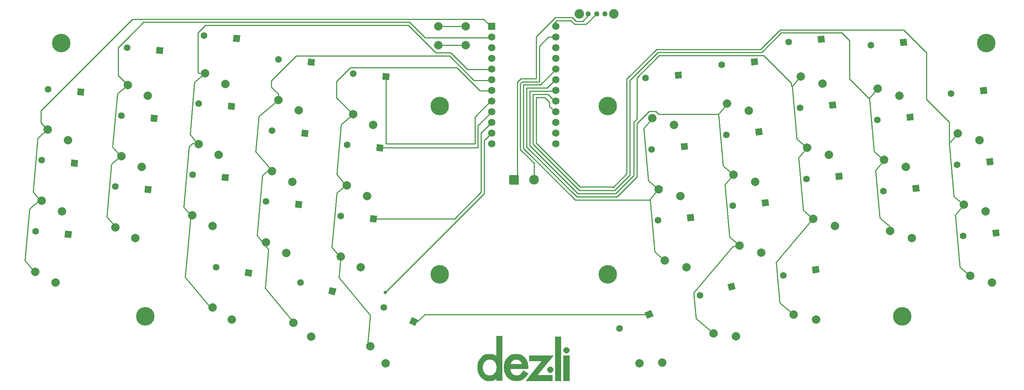
<source format=gtl>
G04 #@! TF.GenerationSoftware,KiCad,Pcbnew,(5.1.4-0)*
G04 #@! TF.CreationDate,2020-10-31T16:51:09+08:00*
G04 #@! TF.ProjectId,ahokore,61686f6b-6f72-4652-9e6b-696361645f70,rev?*
G04 #@! TF.SameCoordinates,Original*
G04 #@! TF.FileFunction,Copper,L1,Top*
G04 #@! TF.FilePolarity,Positive*
%FSLAX46Y46*%
G04 Gerber Fmt 4.6, Leading zero omitted, Abs format (unit mm)*
G04 Created by KiCad (PCBNEW (5.1.4-0)) date 2020-10-31 16:51:09*
%MOMM*%
%LPD*%
G04 APERTURE LIST*
%ADD10C,0.010000*%
%ADD11C,4.400000*%
%ADD12C,2.000000*%
%ADD13C,1.600000*%
%ADD14C,0.100000*%
%ADD15C,1.752600*%
%ADD16R,1.752600X1.752600*%
%ADD17C,2.250000*%
%ADD18C,1.250000*%
%ADD19C,2.300000*%
%ADD20C,0.800000*%
%ADD21C,0.250000*%
G04 APERTURE END LIST*
D10*
G36*
X-4834375Y5280382D02*
G01*
X-6222951Y5280382D01*
X-6225950Y5483073D01*
X-6228950Y5685764D01*
X-6343614Y5615734D01*
X-6501435Y5525941D01*
X-6662829Y5446593D01*
X-6822997Y5379789D01*
X-6977141Y5327623D01*
X-7046940Y5308558D01*
X-7109941Y5293280D01*
X-7167605Y5280597D01*
X-7222904Y5270252D01*
X-7278811Y5261988D01*
X-7338299Y5255547D01*
X-7404342Y5250672D01*
X-7479911Y5247107D01*
X-7567981Y5244592D01*
X-7671523Y5242872D01*
X-7793511Y5241689D01*
X-7821962Y5241483D01*
X-7919122Y5240926D01*
X-8010410Y5240623D01*
X-8093234Y5240566D01*
X-8165001Y5240748D01*
X-8223121Y5241161D01*
X-8265001Y5241797D01*
X-8288048Y5242648D01*
X-8290495Y5242884D01*
X-8316040Y5246097D01*
X-8356532Y5250972D01*
X-8405012Y5256677D01*
X-8428299Y5259377D01*
X-8529835Y5275176D01*
X-8642089Y5299553D01*
X-8756563Y5330267D01*
X-8864764Y5365078D01*
X-8942367Y5394908D01*
X-9084573Y5462078D01*
X-9223711Y5542701D01*
X-9362117Y5638448D01*
X-9502128Y5750989D01*
X-9646080Y5881995D01*
X-9707190Y5941840D01*
X-9818987Y6056852D01*
X-9916563Y6165053D01*
X-10004205Y6271619D01*
X-10086199Y6381724D01*
X-10154701Y6482031D01*
X-10284618Y6696409D01*
X-10396091Y6917792D01*
X-10489480Y7147410D01*
X-10565145Y7386495D01*
X-10623445Y7636276D01*
X-10664740Y7897985D01*
X-10689389Y8172851D01*
X-10696090Y8334281D01*
X-10696020Y8345018D01*
X-9485835Y8345018D01*
X-9472294Y8138785D01*
X-9443269Y7937372D01*
X-9430651Y7874457D01*
X-9379670Y7681817D01*
X-9312404Y7499729D01*
X-9229851Y7329254D01*
X-9133016Y7171450D01*
X-9022899Y7027378D01*
X-8900502Y6898097D01*
X-8766828Y6784666D01*
X-8622876Y6688145D01*
X-8469651Y6609594D01*
X-8308152Y6550073D01*
X-8141667Y6511028D01*
X-8091170Y6502627D01*
X-8044498Y6495222D01*
X-8008930Y6489954D01*
X-7998351Y6488569D01*
X-7958740Y6486089D01*
X-7902519Y6485548D01*
X-7835019Y6486715D01*
X-7761571Y6489358D01*
X-7687507Y6493247D01*
X-7618157Y6498149D01*
X-7558854Y6503834D01*
X-7518793Y6509373D01*
X-7335397Y6552056D01*
X-7162251Y6614033D01*
X-7000003Y6694752D01*
X-6849301Y6793658D01*
X-6710793Y6910199D01*
X-6585129Y7043820D01*
X-6472954Y7193969D01*
X-6374919Y7360092D01*
X-6291670Y7541636D01*
X-6282439Y7565119D01*
X-6223689Y7744320D01*
X-6180190Y7935917D01*
X-6152011Y8136316D01*
X-6139224Y8341920D01*
X-6141900Y8549136D01*
X-6160109Y8754366D01*
X-6193922Y8954017D01*
X-6243410Y9144493D01*
X-6250890Y9168060D01*
X-6287507Y9267231D01*
X-6334953Y9375071D01*
X-6389471Y9484091D01*
X-6447306Y9586799D01*
X-6504701Y9675703D01*
X-6507086Y9679080D01*
X-6545092Y9729006D01*
X-6593024Y9786639D01*
X-6644633Y9844702D01*
X-6691792Y9894054D01*
X-6828010Y10015955D01*
X-6973031Y10118158D01*
X-7127639Y10201012D01*
X-7292620Y10264865D01*
X-7468758Y10310064D01*
X-7656838Y10336956D01*
X-7699300Y10340409D01*
X-7891942Y10344147D01*
X-8077492Y10327705D01*
X-8255181Y10291257D01*
X-8424236Y10234975D01*
X-8583888Y10159032D01*
X-8630886Y10131805D01*
X-8772938Y10033589D01*
X-8906723Y9916738D01*
X-9030371Y9783718D01*
X-9142013Y9636994D01*
X-9239779Y9479032D01*
X-9321799Y9312296D01*
X-9386204Y9139254D01*
X-9388035Y9133377D01*
X-9434993Y8950251D01*
X-9467041Y8754990D01*
X-9484036Y8551833D01*
X-9485835Y8345018D01*
X-10696020Y8345018D01*
X-10694161Y8627200D01*
X-10673286Y8908931D01*
X-10633398Y9179671D01*
X-10574431Y9439618D01*
X-10496320Y9688969D01*
X-10398999Y9927923D01*
X-10282402Y10156675D01*
X-10146464Y10375425D01*
X-9991118Y10584370D01*
X-9918321Y10671268D01*
X-9772997Y10832950D01*
X-9633635Y10975301D01*
X-9498258Y11099555D01*
X-9364885Y11206949D01*
X-9231538Y11298718D01*
X-9096236Y11376099D01*
X-8957000Y11440328D01*
X-8811850Y11492641D01*
X-8658808Y11534273D01*
X-8495893Y11566461D01*
X-8480667Y11568939D01*
X-8375252Y11583089D01*
X-8254845Y11594615D01*
X-8123982Y11603422D01*
X-7987204Y11609413D01*
X-7849050Y11612491D01*
X-7714057Y11612560D01*
X-7586765Y11609526D01*
X-7471712Y11603290D01*
X-7373438Y11593758D01*
X-7364453Y11592585D01*
X-7159776Y11556424D01*
X-6960444Y11503169D01*
X-6763667Y11431800D01*
X-6566655Y11341298D01*
X-6366616Y11230644D01*
X-6355729Y11224109D01*
X-6228950Y11147710D01*
X-6226168Y13505713D01*
X-6223387Y15863715D01*
X-4834375Y15863715D01*
X-4834375Y5280382D01*
X-4834375Y5280382D01*
G37*
X-4834375Y5280382D02*
X-6222951Y5280382D01*
X-6225950Y5483073D01*
X-6228950Y5685764D01*
X-6343614Y5615734D01*
X-6501435Y5525941D01*
X-6662829Y5446593D01*
X-6822997Y5379789D01*
X-6977141Y5327623D01*
X-7046940Y5308558D01*
X-7109941Y5293280D01*
X-7167605Y5280597D01*
X-7222904Y5270252D01*
X-7278811Y5261988D01*
X-7338299Y5255547D01*
X-7404342Y5250672D01*
X-7479911Y5247107D01*
X-7567981Y5244592D01*
X-7671523Y5242872D01*
X-7793511Y5241689D01*
X-7821962Y5241483D01*
X-7919122Y5240926D01*
X-8010410Y5240623D01*
X-8093234Y5240566D01*
X-8165001Y5240748D01*
X-8223121Y5241161D01*
X-8265001Y5241797D01*
X-8288048Y5242648D01*
X-8290495Y5242884D01*
X-8316040Y5246097D01*
X-8356532Y5250972D01*
X-8405012Y5256677D01*
X-8428299Y5259377D01*
X-8529835Y5275176D01*
X-8642089Y5299553D01*
X-8756563Y5330267D01*
X-8864764Y5365078D01*
X-8942367Y5394908D01*
X-9084573Y5462078D01*
X-9223711Y5542701D01*
X-9362117Y5638448D01*
X-9502128Y5750989D01*
X-9646080Y5881995D01*
X-9707190Y5941840D01*
X-9818987Y6056852D01*
X-9916563Y6165053D01*
X-10004205Y6271619D01*
X-10086199Y6381724D01*
X-10154701Y6482031D01*
X-10284618Y6696409D01*
X-10396091Y6917792D01*
X-10489480Y7147410D01*
X-10565145Y7386495D01*
X-10623445Y7636276D01*
X-10664740Y7897985D01*
X-10689389Y8172851D01*
X-10696090Y8334281D01*
X-10696020Y8345018D01*
X-9485835Y8345018D01*
X-9472294Y8138785D01*
X-9443269Y7937372D01*
X-9430651Y7874457D01*
X-9379670Y7681817D01*
X-9312404Y7499729D01*
X-9229851Y7329254D01*
X-9133016Y7171450D01*
X-9022899Y7027378D01*
X-8900502Y6898097D01*
X-8766828Y6784666D01*
X-8622876Y6688145D01*
X-8469651Y6609594D01*
X-8308152Y6550073D01*
X-8141667Y6511028D01*
X-8091170Y6502627D01*
X-8044498Y6495222D01*
X-8008930Y6489954D01*
X-7998351Y6488569D01*
X-7958740Y6486089D01*
X-7902519Y6485548D01*
X-7835019Y6486715D01*
X-7761571Y6489358D01*
X-7687507Y6493247D01*
X-7618157Y6498149D01*
X-7558854Y6503834D01*
X-7518793Y6509373D01*
X-7335397Y6552056D01*
X-7162251Y6614033D01*
X-7000003Y6694752D01*
X-6849301Y6793658D01*
X-6710793Y6910199D01*
X-6585129Y7043820D01*
X-6472954Y7193969D01*
X-6374919Y7360092D01*
X-6291670Y7541636D01*
X-6282439Y7565119D01*
X-6223689Y7744320D01*
X-6180190Y7935917D01*
X-6152011Y8136316D01*
X-6139224Y8341920D01*
X-6141900Y8549136D01*
X-6160109Y8754366D01*
X-6193922Y8954017D01*
X-6243410Y9144493D01*
X-6250890Y9168060D01*
X-6287507Y9267231D01*
X-6334953Y9375071D01*
X-6389471Y9484091D01*
X-6447306Y9586799D01*
X-6504701Y9675703D01*
X-6507086Y9679080D01*
X-6545092Y9729006D01*
X-6593024Y9786639D01*
X-6644633Y9844702D01*
X-6691792Y9894054D01*
X-6828010Y10015955D01*
X-6973031Y10118158D01*
X-7127639Y10201012D01*
X-7292620Y10264865D01*
X-7468758Y10310064D01*
X-7656838Y10336956D01*
X-7699300Y10340409D01*
X-7891942Y10344147D01*
X-8077492Y10327705D01*
X-8255181Y10291257D01*
X-8424236Y10234975D01*
X-8583888Y10159032D01*
X-8630886Y10131805D01*
X-8772938Y10033589D01*
X-8906723Y9916738D01*
X-9030371Y9783718D01*
X-9142013Y9636994D01*
X-9239779Y9479032D01*
X-9321799Y9312296D01*
X-9386204Y9139254D01*
X-9388035Y9133377D01*
X-9434993Y8950251D01*
X-9467041Y8754990D01*
X-9484036Y8551833D01*
X-9485835Y8345018D01*
X-10696020Y8345018D01*
X-10694161Y8627200D01*
X-10673286Y8908931D01*
X-10633398Y9179671D01*
X-10574431Y9439618D01*
X-10496320Y9688969D01*
X-10398999Y9927923D01*
X-10282402Y10156675D01*
X-10146464Y10375425D01*
X-9991118Y10584370D01*
X-9918321Y10671268D01*
X-9772997Y10832950D01*
X-9633635Y10975301D01*
X-9498258Y11099555D01*
X-9364885Y11206949D01*
X-9231538Y11298718D01*
X-9096236Y11376099D01*
X-8957000Y11440328D01*
X-8811850Y11492641D01*
X-8658808Y11534273D01*
X-8495893Y11566461D01*
X-8480667Y11568939D01*
X-8375252Y11583089D01*
X-8254845Y11594615D01*
X-8123982Y11603422D01*
X-7987204Y11609413D01*
X-7849050Y11612491D01*
X-7714057Y11612560D01*
X-7586765Y11609526D01*
X-7471712Y11603290D01*
X-7373438Y11593758D01*
X-7364453Y11592585D01*
X-7159776Y11556424D01*
X-6960444Y11503169D01*
X-6763667Y11431800D01*
X-6566655Y11341298D01*
X-6366616Y11230644D01*
X-6355729Y11224109D01*
X-6228950Y11147710D01*
X-6226168Y13505713D01*
X-6223387Y15863715D01*
X-4834375Y15863715D01*
X-4834375Y5280382D01*
G36*
X-1342186Y11598867D02*
G01*
X-1179559Y11590291D01*
X-1029027Y11575133D01*
X-885924Y11552709D01*
X-745586Y11522336D01*
X-603350Y11483330D01*
X-507335Y11452913D01*
X-291316Y11370611D01*
X-88437Y11271127D01*
X102760Y11153560D01*
X283732Y11017010D01*
X455938Y10860575D01*
X463258Y10853299D01*
X622349Y10679474D01*
X764758Y10491953D01*
X890632Y10290453D01*
X1000118Y10074689D01*
X1093362Y9844377D01*
X1170512Y9599233D01*
X1222288Y9384964D01*
X1251452Y9227072D01*
X1275762Y9055170D01*
X1294786Y8875112D01*
X1308091Y8692751D01*
X1315244Y8513941D01*
X1315813Y8344536D01*
X1309956Y8199067D01*
X1302838Y8091580D01*
X-2952066Y8091580D01*
X-2944183Y8001210D01*
X-2917254Y7807664D01*
X-2871103Y7617531D01*
X-2806877Y7434159D01*
X-2725724Y7260895D01*
X-2642549Y7121441D01*
X-2600635Y7064558D01*
X-2546628Y7000402D01*
X-2484863Y6933376D01*
X-2419678Y6867881D01*
X-2355408Y6808317D01*
X-2296390Y6759086D01*
X-2258873Y6732043D01*
X-2115330Y6648425D01*
X-1967462Y6583264D01*
X-1812625Y6535819D01*
X-1648177Y6505347D01*
X-1471472Y6491109D01*
X-1394792Y6489791D01*
X-1219563Y6496345D01*
X-1059791Y6516738D01*
X-913094Y6551853D01*
X-777086Y6602574D01*
X-649386Y6669783D01*
X-527610Y6754363D01*
X-413244Y6853504D01*
X-321982Y6945329D01*
X-230546Y7047641D01*
X-137093Y7162744D01*
X-39779Y7292943D01*
X63241Y7440543D01*
X99416Y7494383D01*
X132950Y7543824D01*
X162725Y7586039D01*
X186448Y7617906D01*
X201826Y7636306D01*
X206115Y7639584D01*
X216609Y7634360D01*
X244267Y7619454D01*
X287043Y7596009D01*
X342894Y7565169D01*
X409775Y7528079D01*
X485643Y7485884D01*
X568454Y7439728D01*
X656163Y7390755D01*
X746727Y7340111D01*
X838102Y7288939D01*
X928242Y7238384D01*
X1015106Y7189590D01*
X1096648Y7143702D01*
X1170824Y7101864D01*
X1235591Y7065222D01*
X1288904Y7034918D01*
X1328719Y7012098D01*
X1352993Y6997907D01*
X1359682Y6993688D01*
X1357100Y6982267D01*
X1343423Y6955417D01*
X1320324Y6915684D01*
X1289475Y6865614D01*
X1252548Y6807753D01*
X1211217Y6744648D01*
X1167153Y6678844D01*
X1122030Y6612889D01*
X1077520Y6549329D01*
X1035295Y6490709D01*
X997028Y6439576D01*
X988248Y6428226D01*
X816747Y6221937D01*
X640153Y6036789D01*
X457668Y5872295D01*
X268492Y5727968D01*
X71828Y5603323D01*
X-133124Y5497873D01*
X-347164Y5411131D01*
X-571090Y5342612D01*
X-805700Y5291829D01*
X-904617Y5276100D01*
X-1015317Y5262541D01*
X-1136641Y5251668D01*
X-1262888Y5243720D01*
X-1388362Y5238938D01*
X-1507363Y5237565D01*
X-1614193Y5239839D01*
X-1675911Y5243507D01*
X-1884828Y5264319D01*
X-2076454Y5292482D01*
X-2254592Y5328931D01*
X-2423045Y5374602D01*
X-2585616Y5430429D01*
X-2746110Y5497350D01*
X-2789366Y5517340D01*
X-2993461Y5625604D01*
X-3187599Y5752799D01*
X-3370647Y5897648D01*
X-3541470Y6058875D01*
X-3698931Y6235204D01*
X-3841896Y6425358D01*
X-3969231Y6628060D01*
X-4079799Y6842035D01*
X-4172466Y7066005D01*
X-4176573Y7077344D01*
X-4241047Y7273164D01*
X-4293048Y7469028D01*
X-4333289Y7669050D01*
X-4362484Y7877343D01*
X-4381349Y8098023D01*
X-4389991Y8306554D01*
X-4388651Y8606718D01*
X-4370181Y8893350D01*
X-4334475Y9166929D01*
X-4320009Y9238108D01*
X-2861444Y9238108D01*
X-106504Y9238108D01*
X-126804Y9307010D01*
X-183510Y9475451D01*
X-249495Y9625810D01*
X-326173Y9760604D01*
X-414957Y9882348D01*
X-506356Y9982815D01*
X-615157Y10080153D01*
X-729948Y10160400D01*
X-853762Y10225039D01*
X-989630Y10275553D01*
X-1140587Y10313426D01*
X-1207247Y10325596D01*
X-1284454Y10335056D01*
X-1374914Y10340865D01*
X-1471817Y10343017D01*
X-1568353Y10341507D01*
X-1657714Y10336332D01*
X-1733089Y10327485D01*
X-1742057Y10325967D01*
X-1911115Y10285176D01*
X-2070707Y10224767D01*
X-2219897Y10145452D01*
X-2357747Y10047947D01*
X-2483324Y9932963D01*
X-2595690Y9801215D01*
X-2693909Y9653416D01*
X-2742674Y9563325D01*
X-2765758Y9513307D01*
X-2790994Y9452344D01*
X-2815618Y9387754D01*
X-2836862Y9326857D01*
X-2851961Y9276970D01*
X-2854129Y9268425D01*
X-2861444Y9238108D01*
X-4320009Y9238108D01*
X-4281427Y9427937D01*
X-4210929Y9676855D01*
X-4122874Y9914163D01*
X-4017155Y10140343D01*
X-3958293Y10248266D01*
X-3825780Y10458949D01*
X-3679059Y10653190D01*
X-3518685Y10830579D01*
X-3345214Y10990709D01*
X-3159204Y11133170D01*
X-2961209Y11257554D01*
X-2751787Y11363452D01*
X-2531494Y11450457D01*
X-2300886Y11518158D01*
X-2197872Y11541402D01*
X-2102148Y11560047D01*
X-2014200Y11574600D01*
X-1929032Y11585507D01*
X-1841649Y11593210D01*
X-1747053Y11598155D01*
X-1640250Y11600785D01*
X-1521571Y11601545D01*
X-1342186Y11598867D01*
X-1342186Y11598867D01*
G37*
X-1342186Y11598867D02*
X-1179559Y11590291D01*
X-1029027Y11575133D01*
X-885924Y11552709D01*
X-745586Y11522336D01*
X-603350Y11483330D01*
X-507335Y11452913D01*
X-291316Y11370611D01*
X-88437Y11271127D01*
X102760Y11153560D01*
X283732Y11017010D01*
X455938Y10860575D01*
X463258Y10853299D01*
X622349Y10679474D01*
X764758Y10491953D01*
X890632Y10290453D01*
X1000118Y10074689D01*
X1093362Y9844377D01*
X1170512Y9599233D01*
X1222288Y9384964D01*
X1251452Y9227072D01*
X1275762Y9055170D01*
X1294786Y8875112D01*
X1308091Y8692751D01*
X1315244Y8513941D01*
X1315813Y8344536D01*
X1309956Y8199067D01*
X1302838Y8091580D01*
X-2952066Y8091580D01*
X-2944183Y8001210D01*
X-2917254Y7807664D01*
X-2871103Y7617531D01*
X-2806877Y7434159D01*
X-2725724Y7260895D01*
X-2642549Y7121441D01*
X-2600635Y7064558D01*
X-2546628Y7000402D01*
X-2484863Y6933376D01*
X-2419678Y6867881D01*
X-2355408Y6808317D01*
X-2296390Y6759086D01*
X-2258873Y6732043D01*
X-2115330Y6648425D01*
X-1967462Y6583264D01*
X-1812625Y6535819D01*
X-1648177Y6505347D01*
X-1471472Y6491109D01*
X-1394792Y6489791D01*
X-1219563Y6496345D01*
X-1059791Y6516738D01*
X-913094Y6551853D01*
X-777086Y6602574D01*
X-649386Y6669783D01*
X-527610Y6754363D01*
X-413244Y6853504D01*
X-321982Y6945329D01*
X-230546Y7047641D01*
X-137093Y7162744D01*
X-39779Y7292943D01*
X63241Y7440543D01*
X99416Y7494383D01*
X132950Y7543824D01*
X162725Y7586039D01*
X186448Y7617906D01*
X201826Y7636306D01*
X206115Y7639584D01*
X216609Y7634360D01*
X244267Y7619454D01*
X287043Y7596009D01*
X342894Y7565169D01*
X409775Y7528079D01*
X485643Y7485884D01*
X568454Y7439728D01*
X656163Y7390755D01*
X746727Y7340111D01*
X838102Y7288939D01*
X928242Y7238384D01*
X1015106Y7189590D01*
X1096648Y7143702D01*
X1170824Y7101864D01*
X1235591Y7065222D01*
X1288904Y7034918D01*
X1328719Y7012098D01*
X1352993Y6997907D01*
X1359682Y6993688D01*
X1357100Y6982267D01*
X1343423Y6955417D01*
X1320324Y6915684D01*
X1289475Y6865614D01*
X1252548Y6807753D01*
X1211217Y6744648D01*
X1167153Y6678844D01*
X1122030Y6612889D01*
X1077520Y6549329D01*
X1035295Y6490709D01*
X997028Y6439576D01*
X988248Y6428226D01*
X816747Y6221937D01*
X640153Y6036789D01*
X457668Y5872295D01*
X268492Y5727968D01*
X71828Y5603323D01*
X-133124Y5497873D01*
X-347164Y5411131D01*
X-571090Y5342612D01*
X-805700Y5291829D01*
X-904617Y5276100D01*
X-1015317Y5262541D01*
X-1136641Y5251668D01*
X-1262888Y5243720D01*
X-1388362Y5238938D01*
X-1507363Y5237565D01*
X-1614193Y5239839D01*
X-1675911Y5243507D01*
X-1884828Y5264319D01*
X-2076454Y5292482D01*
X-2254592Y5328931D01*
X-2423045Y5374602D01*
X-2585616Y5430429D01*
X-2746110Y5497350D01*
X-2789366Y5517340D01*
X-2993461Y5625604D01*
X-3187599Y5752799D01*
X-3370647Y5897648D01*
X-3541470Y6058875D01*
X-3698931Y6235204D01*
X-3841896Y6425358D01*
X-3969231Y6628060D01*
X-4079799Y6842035D01*
X-4172466Y7066005D01*
X-4176573Y7077344D01*
X-4241047Y7273164D01*
X-4293048Y7469028D01*
X-4333289Y7669050D01*
X-4362484Y7877343D01*
X-4381349Y8098023D01*
X-4389991Y8306554D01*
X-4388651Y8606718D01*
X-4370181Y8893350D01*
X-4334475Y9166929D01*
X-4320009Y9238108D01*
X-2861444Y9238108D01*
X-106504Y9238108D01*
X-126804Y9307010D01*
X-183510Y9475451D01*
X-249495Y9625810D01*
X-326173Y9760604D01*
X-414957Y9882348D01*
X-506356Y9982815D01*
X-615157Y10080153D01*
X-729948Y10160400D01*
X-853762Y10225039D01*
X-989630Y10275553D01*
X-1140587Y10313426D01*
X-1207247Y10325596D01*
X-1284454Y10335056D01*
X-1374914Y10340865D01*
X-1471817Y10343017D01*
X-1568353Y10341507D01*
X-1657714Y10336332D01*
X-1733089Y10327485D01*
X-1742057Y10325967D01*
X-1911115Y10285176D01*
X-2070707Y10224767D01*
X-2219897Y10145452D01*
X-2357747Y10047947D01*
X-2483324Y9932963D01*
X-2595690Y9801215D01*
X-2693909Y9653416D01*
X-2742674Y9563325D01*
X-2765758Y9513307D01*
X-2790994Y9452344D01*
X-2815618Y9387754D01*
X-2836862Y9326857D01*
X-2851961Y9276970D01*
X-2854129Y9268425D01*
X-2861444Y9238108D01*
X-4320009Y9238108D01*
X-4281427Y9427937D01*
X-4210929Y9676855D01*
X-4122874Y9914163D01*
X-4017155Y10140343D01*
X-3958293Y10248266D01*
X-3825780Y10458949D01*
X-3679059Y10653190D01*
X-3518685Y10830579D01*
X-3345214Y10990709D01*
X-3159204Y11133170D01*
X-2961209Y11257554D01*
X-2751787Y11363452D01*
X-2531494Y11450457D01*
X-2300886Y11518158D01*
X-2197872Y11541402D01*
X-2102148Y11560047D01*
X-2014200Y11574600D01*
X-1929032Y11585507D01*
X-1841649Y11593210D01*
X-1747053Y11598155D01*
X-1640250Y11600785D01*
X-1521571Y11601545D01*
X-1342186Y11598867D01*
G36*
X4742509Y11266560D02*
G01*
X4987016Y11266501D01*
X5224797Y11266405D01*
X5454938Y11266274D01*
X5676524Y11266109D01*
X5888643Y11265911D01*
X6090380Y11265683D01*
X6280823Y11265427D01*
X6459057Y11265143D01*
X6624170Y11264834D01*
X6775247Y11264501D01*
X6911374Y11264146D01*
X7031639Y11263771D01*
X7135128Y11263377D01*
X7220927Y11262966D01*
X7288122Y11262540D01*
X7335800Y11262100D01*
X7363048Y11261648D01*
X7369531Y11261293D01*
X7362727Y11252125D01*
X7343023Y11227207D01*
X7311485Y11187854D01*
X7269177Y11135378D01*
X7217163Y11071094D01*
X7156509Y10996315D01*
X7088278Y10912354D01*
X7013535Y10820526D01*
X6933345Y10722143D01*
X6848773Y10618521D01*
X6831259Y10597078D01*
X6767646Y10519199D01*
X6691147Y10425532D01*
X6602816Y10317369D01*
X6503710Y10196002D01*
X6394884Y10062726D01*
X6277393Y9918832D01*
X6152293Y9765612D01*
X6020639Y9604361D01*
X5883487Y9436370D01*
X5741892Y9262933D01*
X5596909Y9085341D01*
X5449594Y8904888D01*
X5301002Y8722866D01*
X5152189Y8540568D01*
X5004210Y8359287D01*
X4911671Y8245920D01*
X3530354Y6553689D01*
X5295603Y6550900D01*
X7060851Y6548110D01*
X7060851Y5236285D01*
X3928239Y5236285D01*
X3616900Y5236289D01*
X3326861Y5236306D01*
X3057375Y5236338D01*
X2807695Y5236392D01*
X2577073Y5236471D01*
X2364760Y5236581D01*
X2170010Y5236726D01*
X1992074Y5236910D01*
X1830205Y5237139D01*
X1683655Y5237416D01*
X1551676Y5237747D01*
X1433521Y5238136D01*
X1328442Y5238588D01*
X1235690Y5239107D01*
X1154519Y5239699D01*
X1084181Y5240366D01*
X1023928Y5241116D01*
X973011Y5241951D01*
X930685Y5242876D01*
X896199Y5243897D01*
X868808Y5245018D01*
X847763Y5246242D01*
X832317Y5247576D01*
X821721Y5249024D01*
X815228Y5250590D01*
X812091Y5252279D01*
X811561Y5254096D01*
X812454Y5255577D01*
X820769Y5265662D01*
X842446Y5292138D01*
X876914Y5334307D01*
X923604Y5391469D01*
X981946Y5462928D01*
X1051371Y5547983D01*
X1131307Y5645938D01*
X1221187Y5756092D01*
X1320439Y5877748D01*
X1428494Y6010207D01*
X1544782Y6152771D01*
X1668734Y6304741D01*
X1799778Y6465418D01*
X1937347Y6634105D01*
X2080870Y6810102D01*
X2229776Y6992710D01*
X2383497Y7181233D01*
X2541462Y7374970D01*
X2703102Y7573224D01*
X2739228Y7617535D01*
X4649176Y9960200D01*
X1614844Y9965790D01*
X1614844Y11266580D01*
X4492188Y11266580D01*
X4742509Y11266560D01*
X4742509Y11266560D01*
G37*
X4742509Y11266560D02*
X4987016Y11266501D01*
X5224797Y11266405D01*
X5454938Y11266274D01*
X5676524Y11266109D01*
X5888643Y11265911D01*
X6090380Y11265683D01*
X6280823Y11265427D01*
X6459057Y11265143D01*
X6624170Y11264834D01*
X6775247Y11264501D01*
X6911374Y11264146D01*
X7031639Y11263771D01*
X7135128Y11263377D01*
X7220927Y11262966D01*
X7288122Y11262540D01*
X7335800Y11262100D01*
X7363048Y11261648D01*
X7369531Y11261293D01*
X7362727Y11252125D01*
X7343023Y11227207D01*
X7311485Y11187854D01*
X7269177Y11135378D01*
X7217163Y11071094D01*
X7156509Y10996315D01*
X7088278Y10912354D01*
X7013535Y10820526D01*
X6933345Y10722143D01*
X6848773Y10618521D01*
X6831259Y10597078D01*
X6767646Y10519199D01*
X6691147Y10425532D01*
X6602816Y10317369D01*
X6503710Y10196002D01*
X6394884Y10062726D01*
X6277393Y9918832D01*
X6152293Y9765612D01*
X6020639Y9604361D01*
X5883487Y9436370D01*
X5741892Y9262933D01*
X5596909Y9085341D01*
X5449594Y8904888D01*
X5301002Y8722866D01*
X5152189Y8540568D01*
X5004210Y8359287D01*
X4911671Y8245920D01*
X3530354Y6553689D01*
X5295603Y6550900D01*
X7060851Y6548110D01*
X7060851Y5236285D01*
X3928239Y5236285D01*
X3616900Y5236289D01*
X3326861Y5236306D01*
X3057375Y5236338D01*
X2807695Y5236392D01*
X2577073Y5236471D01*
X2364760Y5236581D01*
X2170010Y5236726D01*
X1992074Y5236910D01*
X1830205Y5237139D01*
X1683655Y5237416D01*
X1551676Y5237747D01*
X1433521Y5238136D01*
X1328442Y5238588D01*
X1235690Y5239107D01*
X1154519Y5239699D01*
X1084181Y5240366D01*
X1023928Y5241116D01*
X973011Y5241951D01*
X930685Y5242876D01*
X896199Y5243897D01*
X868808Y5245018D01*
X847763Y5246242D01*
X832317Y5247576D01*
X821721Y5249024D01*
X815228Y5250590D01*
X812091Y5252279D01*
X811561Y5254096D01*
X812454Y5255577D01*
X820769Y5265662D01*
X842446Y5292138D01*
X876914Y5334307D01*
X923604Y5391469D01*
X981946Y5462928D01*
X1051371Y5547983D01*
X1131307Y5645938D01*
X1221187Y5756092D01*
X1320439Y5877748D01*
X1428494Y6010207D01*
X1544782Y6152771D01*
X1668734Y6304741D01*
X1799778Y6465418D01*
X1937347Y6634105D01*
X2080870Y6810102D01*
X2229776Y6992710D01*
X2383497Y7181233D01*
X2541462Y7374970D01*
X2703102Y7573224D01*
X2739228Y7617535D01*
X4649176Y9960200D01*
X1614844Y9965790D01*
X1614844Y11266580D01*
X4492188Y11266580D01*
X4742509Y11266560D01*
G36*
X9155469Y5236285D02*
G01*
X7777431Y5236285D01*
X7777431Y15687327D01*
X9155469Y15687327D01*
X9155469Y5236285D01*
X9155469Y5236285D01*
G37*
X9155469Y5236285D02*
X7777431Y5236285D01*
X7777431Y15687327D01*
X9155469Y15687327D01*
X9155469Y5236285D01*
G36*
X11139844Y5236285D02*
G01*
X9761806Y5236285D01*
X9761806Y11266580D01*
X11139844Y11266580D01*
X11139844Y5236285D01*
X11139844Y5236285D01*
G37*
X11139844Y5236285D02*
X9761806Y5236285D01*
X9761806Y11266580D01*
X11139844Y11266580D01*
X11139844Y5236285D01*
G36*
X6678205Y8584034D02*
G01*
X6781973Y8566381D01*
X6882638Y8530297D01*
X6900998Y8521704D01*
X7006018Y8459410D01*
X7098844Y8381170D01*
X7177225Y8289676D01*
X7238910Y8187616D01*
X7281648Y8077682D01*
X7286080Y8061474D01*
X7296718Y8001186D01*
X7302234Y7927731D01*
X7302631Y7849384D01*
X7297914Y7774419D01*
X7288089Y7711114D01*
X7285882Y7701997D01*
X7245269Y7587047D01*
X7187087Y7483566D01*
X7113343Y7392886D01*
X7026045Y7316335D01*
X6927204Y7255246D01*
X6818827Y7210947D01*
X6702924Y7184769D01*
X6581502Y7178043D01*
X6504123Y7184253D01*
X6398413Y7208718D01*
X6294825Y7252397D01*
X6197927Y7312589D01*
X6112292Y7386596D01*
X6060807Y7446081D01*
X5994744Y7550446D01*
X5948716Y7660809D01*
X5922325Y7774885D01*
X5915171Y7890389D01*
X5926858Y8005036D01*
X5956986Y8116542D01*
X6005156Y8222621D01*
X6070971Y8320988D01*
X6154031Y8409359D01*
X6240540Y8476685D01*
X6335103Y8529731D01*
X6434624Y8564480D01*
X6544493Y8582717D01*
X6565420Y8584360D01*
X6678205Y8584034D01*
X6678205Y8584034D01*
G37*
X6678205Y8584034D02*
X6781973Y8566381D01*
X6882638Y8530297D01*
X6900998Y8521704D01*
X7006018Y8459410D01*
X7098844Y8381170D01*
X7177225Y8289676D01*
X7238910Y8187616D01*
X7281648Y8077682D01*
X7286080Y8061474D01*
X7296718Y8001186D01*
X7302234Y7927731D01*
X7302631Y7849384D01*
X7297914Y7774419D01*
X7288089Y7711114D01*
X7285882Y7701997D01*
X7245269Y7587047D01*
X7187087Y7483566D01*
X7113343Y7392886D01*
X7026045Y7316335D01*
X6927204Y7255246D01*
X6818827Y7210947D01*
X6702924Y7184769D01*
X6581502Y7178043D01*
X6504123Y7184253D01*
X6398413Y7208718D01*
X6294825Y7252397D01*
X6197927Y7312589D01*
X6112292Y7386596D01*
X6060807Y7446081D01*
X5994744Y7550446D01*
X5948716Y7660809D01*
X5922325Y7774885D01*
X5915171Y7890389D01*
X5926858Y8005036D01*
X5956986Y8116542D01*
X6005156Y8222621D01*
X6070971Y8320988D01*
X6154031Y8409359D01*
X6240540Y8476685D01*
X6335103Y8529731D01*
X6434624Y8564480D01*
X6544493Y8582717D01*
X6565420Y8584360D01*
X6678205Y8584034D01*
G36*
X10514664Y13214243D02*
G01*
X10618431Y13196590D01*
X10719096Y13160505D01*
X10737457Y13151912D01*
X10842477Y13089618D01*
X10935302Y13011379D01*
X11013683Y12919884D01*
X11075369Y12817825D01*
X11118107Y12707890D01*
X11122539Y12691682D01*
X11133177Y12631395D01*
X11138692Y12557940D01*
X11139089Y12479592D01*
X11134373Y12404628D01*
X11124547Y12341323D01*
X11122340Y12332205D01*
X11081728Y12217255D01*
X11023545Y12113774D01*
X10949801Y12023094D01*
X10862504Y11946544D01*
X10763662Y11885454D01*
X10655286Y11841155D01*
X10539382Y11814978D01*
X10417960Y11808252D01*
X10340582Y11814461D01*
X10234872Y11838927D01*
X10131283Y11882605D01*
X10034386Y11942797D01*
X9948750Y12016804D01*
X9897265Y12076289D01*
X9831202Y12180654D01*
X9785174Y12291017D01*
X9758783Y12405093D01*
X9751630Y12520597D01*
X9763316Y12635244D01*
X9793444Y12746750D01*
X9841615Y12852829D01*
X9907429Y12951196D01*
X9990490Y13039567D01*
X10076999Y13106893D01*
X10171561Y13159939D01*
X10271083Y13194688D01*
X10380952Y13212926D01*
X10401878Y13214568D01*
X10514664Y13214243D01*
X10514664Y13214243D01*
G37*
X10514664Y13214243D02*
X10618431Y13196590D01*
X10719096Y13160505D01*
X10737457Y13151912D01*
X10842477Y13089618D01*
X10935302Y13011379D01*
X11013683Y12919884D01*
X11075369Y12817825D01*
X11118107Y12707890D01*
X11122539Y12691682D01*
X11133177Y12631395D01*
X11138692Y12557940D01*
X11139089Y12479592D01*
X11134373Y12404628D01*
X11124547Y12341323D01*
X11122340Y12332205D01*
X11081728Y12217255D01*
X11023545Y12113774D01*
X10949801Y12023094D01*
X10862504Y11946544D01*
X10763662Y11885454D01*
X10655286Y11841155D01*
X10539382Y11814978D01*
X10417960Y11808252D01*
X10340582Y11814461D01*
X10234872Y11838927D01*
X10131283Y11882605D01*
X10034386Y11942797D01*
X9948750Y12016804D01*
X9897265Y12076289D01*
X9831202Y12180654D01*
X9785174Y12291017D01*
X9758783Y12405093D01*
X9751630Y12520597D01*
X9763316Y12635244D01*
X9793444Y12746750D01*
X9841615Y12852829D01*
X9907429Y12951196D01*
X9990490Y13039567D01*
X10076999Y13106893D01*
X10171561Y13159939D01*
X10271083Y13194688D01*
X10380952Y13212926D01*
X10401878Y13214568D01*
X10514664Y13214243D01*
D11*
X-19675000Y70550000D03*
X20325000Y70550000D03*
X20325000Y30550000D03*
X-19675000Y30550000D03*
X90325000Y20550000D03*
X-89675000Y20550000D03*
X-109675000Y85550000D03*
X110325000Y85550000D03*
D12*
X84523266Y74704606D03*
X89687267Y73048376D03*
D13*
X112605576Y40370072D03*
D14*
G36*
X111878345Y39503392D02*
G01*
X111738896Y41097303D01*
X113332807Y41236752D01*
X113472256Y39642841D01*
X111878345Y39503392D01*
X111878345Y39503392D01*
G37*
D13*
X104835258Y39690258D03*
X111180601Y57333293D03*
D14*
G36*
X110453370Y56466613D02*
G01*
X110313921Y58060524D01*
X111907832Y58199973D01*
X112047281Y56606062D01*
X110453370Y56466613D01*
X110453370Y56466613D01*
G37*
D13*
X103410283Y56653479D03*
X109670588Y74251683D03*
D14*
G36*
X108943357Y73385003D02*
G01*
X108803908Y74978914D01*
X110397819Y75118363D01*
X110537268Y73524452D01*
X108943357Y73385003D01*
X108943357Y73385003D01*
G37*
D13*
X101900270Y73571869D03*
D12*
X106484416Y30214351D03*
X111648417Y28558121D03*
X105002334Y47154640D03*
X110166335Y45498410D03*
X32409113Y50791563D03*
X37573114Y49135333D03*
X-59496809Y55118746D03*
X-54698863Y52590958D03*
X-77003865Y61539017D03*
X-72205919Y59011229D03*
X-95324955Y58654830D03*
X-90527009Y56127042D03*
X-114322374Y48040172D03*
X-109524428Y45512384D03*
X103520685Y64089953D03*
X108684686Y62433723D03*
X66203050Y77578832D03*
X71367051Y75922602D03*
X48695119Y71168522D03*
X53859120Y69512292D03*
X-40247509Y68612406D03*
X-35449563Y66084618D03*
X-58015161Y72054055D03*
X-53217215Y69526267D03*
X-75443089Y78344365D03*
X-70645143Y75816577D03*
X-93843307Y75590140D03*
X-89045361Y73062352D03*
X-112840727Y64975483D03*
X-108042781Y62447695D03*
D13*
X69762659Y31673384D03*
D14*
G36*
X69113731Y30746619D02*
G01*
X68835894Y32322312D01*
X70411587Y32600149D01*
X70689424Y31024456D01*
X69113731Y30746619D01*
X69113731Y30746619D01*
G37*
D13*
X62081159Y30318928D03*
X49754336Y27595015D03*
D14*
G36*
X49188651Y26615219D02*
G01*
X48774540Y28160700D01*
X50320021Y28574811D01*
X50734132Y27029330D01*
X49188651Y26615219D01*
X49188651Y26615219D01*
G37*
D13*
X42220114Y25576227D03*
X30136698Y20993322D03*
D14*
G36*
X29749746Y19930181D02*
G01*
X29073557Y21380274D01*
X30523650Y22056463D01*
X31199839Y20606370D01*
X29749746Y19930181D01*
X29749746Y19930181D01*
G37*
D13*
X23067498Y17696900D03*
X-25862333Y19324532D03*
D14*
G36*
X-26925474Y18937580D02*
G01*
X-26249285Y20387673D01*
X-24799192Y19711484D01*
X-25475381Y18261391D01*
X-26925474Y18937580D01*
X-26925474Y18937580D01*
G37*
D13*
X-32931533Y22620954D03*
X-45206618Y26548695D03*
D14*
G36*
X-46186414Y25983010D02*
G01*
X-45772303Y27528491D01*
X-44226822Y27114380D01*
X-44640933Y25568899D01*
X-46186414Y25983010D01*
X-46186414Y25983010D01*
G37*
D13*
X-52740840Y28567483D03*
X-65116683Y30900016D03*
D14*
G36*
X-66043448Y30251088D02*
G01*
X-65765611Y31826781D01*
X-64189918Y31548944D01*
X-64467755Y29973251D01*
X-66043448Y30251088D01*
X-66043448Y30251088D01*
G37*
D13*
X-72798183Y32254472D03*
X93605089Y51010684D03*
D14*
G36*
X92877858Y50144004D02*
G01*
X92738409Y51737915D01*
X94332320Y51877364D01*
X94471769Y50283453D01*
X92877858Y50144004D01*
X92877858Y50144004D01*
G37*
D13*
X85834771Y50330870D03*
X75319416Y53873165D03*
D14*
G36*
X74592185Y53006485D02*
G01*
X74452736Y54600396D01*
X76046647Y54739845D01*
X76186096Y53145934D01*
X74592185Y53006485D01*
X74592185Y53006485D01*
G37*
D13*
X67549098Y53193351D03*
X57788761Y47576701D03*
D14*
G36*
X57061530Y46710021D02*
G01*
X56922081Y48303932D01*
X58515992Y48443381D01*
X58655441Y46849470D01*
X57061530Y46710021D01*
X57061530Y46710021D01*
G37*
D13*
X50018443Y46896887D03*
X40011089Y44048089D03*
D14*
G36*
X39283858Y43181409D02*
G01*
X39144409Y44775320D01*
X40738320Y44914769D01*
X40877769Y43320858D01*
X39283858Y43181409D01*
X39283858Y43181409D01*
G37*
D13*
X32240771Y43368275D03*
X-35415446Y43741854D03*
D14*
G36*
X-36282126Y43014623D02*
G01*
X-36142677Y44608534D01*
X-34548766Y44469085D01*
X-34688215Y42875174D01*
X-36282126Y43014623D01*
X-36282126Y43014623D01*
G37*
D13*
X-43185764Y44421668D03*
X-53197774Y47175835D03*
D14*
G36*
X-54064454Y46448604D02*
G01*
X-53925005Y48042515D01*
X-52331094Y47903066D01*
X-52470543Y46309155D01*
X-54064454Y46448604D01*
X-54064454Y46448604D01*
G37*
D13*
X-60968092Y47855649D03*
X-70657946Y53584354D03*
D14*
G36*
X-71524626Y52857123D02*
G01*
X-71385177Y54451034D01*
X-69791266Y54311585D01*
X-69930715Y52717674D01*
X-71524626Y52857123D01*
X-71524626Y52857123D01*
G37*
D13*
X-78428264Y54264168D03*
X-89011773Y50731836D03*
D14*
G36*
X-89878453Y50004605D02*
G01*
X-89739004Y51598516D01*
X-88145093Y51459067D01*
X-88284542Y49865156D01*
X-89878453Y50004605D01*
X-89878453Y50004605D01*
G37*
D13*
X-96782091Y51411650D03*
X-107998273Y40063836D03*
D14*
G36*
X-108864953Y39336605D02*
G01*
X-108725504Y40930516D01*
X-107131593Y40791067D01*
X-107271042Y39197156D01*
X-108864953Y39336605D01*
X-108864953Y39336605D01*
G37*
D13*
X-115768591Y40743650D03*
X92194102Y67937794D03*
D14*
G36*
X91466871Y67071114D02*
G01*
X91327422Y68665025D01*
X92921333Y68804474D01*
X93060782Y67210563D01*
X91466871Y67071114D01*
X91466871Y67071114D01*
G37*
D13*
X84423784Y67257980D03*
X73793089Y70822683D03*
D14*
G36*
X73065858Y69956003D02*
G01*
X72926409Y71549914D01*
X74520320Y71689363D01*
X74659769Y70095452D01*
X73065858Y69956003D01*
X73065858Y69956003D01*
G37*
D13*
X66022771Y70142869D03*
X56253102Y64445294D03*
D14*
G36*
X55525871Y63578614D02*
G01*
X55386422Y65172525D01*
X56980333Y65311974D01*
X57119782Y63718063D01*
X55525871Y63578614D01*
X55525871Y63578614D01*
G37*
D13*
X48482784Y63765480D03*
X38536602Y60952794D03*
D14*
G36*
X37809371Y60086114D02*
G01*
X37669922Y61680025D01*
X39263833Y61819474D01*
X39403282Y60225563D01*
X37809371Y60086114D01*
X37809371Y60086114D01*
G37*
D13*
X30766284Y60272980D03*
X-33896101Y60642818D03*
D14*
G36*
X-34762781Y59915587D02*
G01*
X-34623332Y61509498D01*
X-33029421Y61370049D01*
X-33168870Y59776138D01*
X-34762781Y59915587D01*
X-34762781Y59915587D01*
G37*
D13*
X-41666419Y61322632D03*
X-51723287Y64102947D03*
D14*
G36*
X-52589967Y63375716D02*
G01*
X-52450518Y64969627D01*
X-50856607Y64830178D01*
X-50996056Y63236267D01*
X-52589967Y63375716D01*
X-52589967Y63375716D01*
G37*
D13*
X-59493605Y64782761D03*
X-69188115Y70521430D03*
D14*
G36*
X-70054795Y69794199D02*
G01*
X-69915346Y71388110D01*
X-68321435Y71248661D01*
X-68460884Y69654750D01*
X-70054795Y69794199D01*
X-70054795Y69794199D01*
G37*
D13*
X-76958433Y71201244D03*
X-87565260Y67650226D03*
D14*
G36*
X-88431940Y66922995D02*
G01*
X-88292491Y68516906D01*
X-86698580Y68377457D01*
X-86838029Y66783546D01*
X-88431940Y66922995D01*
X-88431940Y66922995D01*
G37*
D13*
X-95335578Y68330040D03*
X-106526115Y56995929D03*
D14*
G36*
X-107392795Y56268698D02*
G01*
X-107253346Y57862609D01*
X-105659435Y57723160D01*
X-105798884Y56129249D01*
X-107392795Y56268698D01*
X-107392795Y56268698D01*
G37*
D13*
X-114296433Y57675743D03*
X90620589Y85739683D03*
D14*
G36*
X89893358Y84873003D02*
G01*
X89753909Y86466914D01*
X91347820Y86606363D01*
X91487269Y85012452D01*
X89893358Y84873003D01*
X89893358Y84873003D01*
G37*
D13*
X82850271Y85059869D03*
X71080261Y86492200D03*
D14*
G36*
X70353030Y85625520D02*
G01*
X70213581Y87219431D01*
X71807492Y87358880D01*
X71946941Y85764969D01*
X70353030Y85625520D01*
X70353030Y85625520D01*
G37*
D13*
X63309943Y85812386D03*
X55194808Y81093012D03*
D14*
G36*
X54467577Y80226332D02*
G01*
X54328128Y81820243D01*
X55922039Y81959692D01*
X56061488Y80365781D01*
X54467577Y80226332D01*
X54467577Y80226332D01*
G37*
D13*
X47424490Y80413198D03*
X37092416Y77939665D03*
D14*
G36*
X36365185Y77072985D02*
G01*
X36225736Y78666896D01*
X37819647Y78806345D01*
X37959096Y77212434D01*
X36365185Y77072985D01*
X36365185Y77072985D01*
G37*
D13*
X29322098Y77259851D03*
X-32435601Y77597318D03*
D14*
G36*
X-33302281Y76870087D02*
G01*
X-33162832Y78463998D01*
X-31568921Y78324549D01*
X-31708370Y76730638D01*
X-33302281Y76870087D01*
X-33302281Y76870087D01*
G37*
D13*
X-40205919Y78277132D03*
X-50210947Y81016354D03*
D14*
G36*
X-51077627Y80289123D02*
G01*
X-50938178Y81883034D01*
X-49344267Y81743585D01*
X-49483716Y80149674D01*
X-51077627Y80289123D01*
X-51077627Y80289123D01*
G37*
D13*
X-57981265Y81696168D03*
X-67943615Y86669429D03*
D14*
G36*
X-68810295Y85942198D02*
G01*
X-68670846Y87536109D01*
X-67076935Y87396660D01*
X-67216384Y85802749D01*
X-68810295Y85942198D01*
X-68810295Y85942198D01*
G37*
D13*
X-75713933Y87349243D03*
X-86231615Y83811929D03*
D14*
G36*
X-87098295Y83084698D02*
G01*
X-86958846Y84678609D01*
X-85364935Y84539160D01*
X-85504384Y82945249D01*
X-87098295Y83084698D01*
X-87098295Y83084698D01*
G37*
D13*
X-94001933Y84491743D03*
X-105016100Y73914318D03*
D14*
G36*
X-105882780Y73187087D02*
G01*
X-105743331Y74780998D01*
X-104149420Y74641549D01*
X-104288869Y73047638D01*
X-105882780Y73187087D01*
X-105882780Y73187087D01*
G37*
D13*
X-112786418Y74594132D03*
D15*
X7945000Y89520000D03*
X-7295000Y61580000D03*
X7945000Y86980000D03*
X7945000Y84440000D03*
X7945000Y81900000D03*
X7945000Y79360000D03*
X7945000Y76820000D03*
X7945000Y74280000D03*
X7945000Y71740000D03*
X7945000Y69200000D03*
X7945000Y66660000D03*
X7945000Y64120000D03*
X7945000Y61580000D03*
X-7295000Y64120000D03*
X-7295000Y66660000D03*
X-7295000Y69200000D03*
X-7295000Y71740000D03*
X-7295000Y74280000D03*
X-7295000Y76820000D03*
X-7295000Y79360000D03*
X-7295000Y81900000D03*
X-7295000Y84440000D03*
X-7295000Y86980000D03*
D16*
X-7295000Y89520000D03*
D12*
X-19977393Y85040403D03*
X-19977393Y89540403D03*
X-13477393Y85040403D03*
X-13477393Y89540403D03*
D17*
X21775000Y92525000D03*
D18*
X19675000Y92525000D03*
X17675000Y92525000D03*
X15675000Y92525000D03*
D17*
X13575000Y92525000D03*
D12*
X-60978892Y38178456D03*
X-56180946Y35650668D03*
X-43210804Y34741786D03*
X-38412858Y32213998D03*
X45455608Y16516453D03*
X50828757Y15782104D03*
X51657048Y37376580D03*
X56821049Y35720350D03*
X-36177849Y13405581D03*
X-32533809Y9389243D03*
X67683825Y60653486D03*
X72847826Y58997256D03*
X30927466Y67726869D03*
X36091467Y66070639D03*
X64512311Y20993582D03*
X69801011Y19793726D03*
X27859061Y9345101D03*
X33278099Y9554946D03*
X-54460540Y19059812D03*
X-50174430Y15737273D03*
X-73696099Y22684361D03*
X-69136721Y19748024D03*
X87486998Y40829003D03*
X92650999Y39172773D03*
X69165471Y43718173D03*
X74329472Y42061943D03*
X33890766Y33856253D03*
X39054767Y32200023D03*
X-78485512Y44603707D03*
X-73687566Y42075919D03*
X-96807038Y41714539D03*
X-92009092Y39186751D03*
X-115804458Y31099881D03*
X-111006512Y28572093D03*
X86004914Y57769293D03*
X91168915Y56113063D03*
X50176768Y54233214D03*
X55340769Y52576984D03*
X-41729156Y51677096D03*
X-36931210Y49149308D03*
D19*
X2825000Y53050000D03*
D14*
G36*
X-1050496Y54198796D02*
G01*
X-1026227Y54195196D01*
X-1002429Y54189235D01*
X-979329Y54180970D01*
X-957151Y54170480D01*
X-936107Y54157867D01*
X-916402Y54143253D01*
X-898223Y54126777D01*
X-881747Y54108598D01*
X-867133Y54088893D01*
X-854520Y54067849D01*
X-844030Y54045671D01*
X-835765Y54022571D01*
X-829804Y53998773D01*
X-826204Y53974504D01*
X-825000Y53950000D01*
X-825000Y52150000D01*
X-826204Y52125496D01*
X-829804Y52101227D01*
X-835765Y52077429D01*
X-844030Y52054329D01*
X-854520Y52032151D01*
X-867133Y52011107D01*
X-881747Y51991402D01*
X-898223Y51973223D01*
X-916402Y51956747D01*
X-936107Y51942133D01*
X-957151Y51929520D01*
X-979329Y51919030D01*
X-1002429Y51910765D01*
X-1026227Y51904804D01*
X-1050496Y51901204D01*
X-1075000Y51900000D01*
X-2875000Y51900000D01*
X-2899504Y51901204D01*
X-2923773Y51904804D01*
X-2947571Y51910765D01*
X-2970671Y51919030D01*
X-2992849Y51929520D01*
X-3013893Y51942133D01*
X-3033598Y51956747D01*
X-3051777Y51973223D01*
X-3068253Y51991402D01*
X-3082867Y52011107D01*
X-3095480Y52032151D01*
X-3105970Y52054329D01*
X-3114235Y52077429D01*
X-3120196Y52101227D01*
X-3123796Y52125496D01*
X-3125000Y52150000D01*
X-3125000Y53950000D01*
X-3123796Y53974504D01*
X-3120196Y53998773D01*
X-3114235Y54022571D01*
X-3105970Y54045671D01*
X-3095480Y54067849D01*
X-3082867Y54088893D01*
X-3068253Y54108598D01*
X-3051777Y54126777D01*
X-3033598Y54143253D01*
X-3013893Y54157867D01*
X-2992849Y54170480D01*
X-2970671Y54180970D01*
X-2947571Y54189235D01*
X-2923773Y54195196D01*
X-2899504Y54198796D01*
X-2875000Y54200000D01*
X-1075000Y54200000D01*
X-1050496Y54198796D01*
X-1050496Y54198796D01*
G37*
D19*
X-1975000Y53050000D03*
D20*
X-32596472Y26209642D03*
D21*
X2838000Y56926326D02*
X-5337Y59769663D01*
X-475010Y75935664D02*
X-35664Y76375010D01*
X-475010Y60239336D02*
X-475010Y75935664D01*
X-5337Y59769663D02*
X-475010Y60239336D01*
X-35664Y76375010D02*
X4014336Y76375010D01*
X4014336Y84808660D02*
X6205676Y87000000D01*
X4014336Y76375010D02*
X4014336Y84808660D01*
X6205676Y87000000D02*
X7650000Y87000000D01*
X-19977393Y89540403D02*
X-13609597Y89540403D01*
X2838000Y56926326D02*
X2825000Y56913326D01*
X2825000Y56913326D02*
X2825000Y53050000D01*
X-1225019Y76246329D02*
X-346328Y77125020D01*
X-1225020Y59928672D02*
X-1225019Y76246329D01*
X11824999Y91684999D02*
X12734999Y90774999D01*
X12734999Y90774999D02*
X14415001Y90774999D01*
X3264326Y77164326D02*
X3264326Y87061252D01*
X7888073Y91684999D02*
X11824999Y91684999D01*
X3264326Y87061252D02*
X7888073Y91684999D01*
X3225020Y77125020D02*
X3264326Y77164326D01*
X14415001Y90774999D02*
X15525000Y91884998D01*
X-346328Y77125020D02*
X3225020Y77125020D01*
X15525000Y91884998D02*
X15525000Y92450000D01*
X-1225020Y59928672D02*
X-1225020Y53999980D01*
X-32404411Y76663073D02*
X-32404411Y61628938D01*
X-32435601Y76694263D02*
X-32404411Y76663073D01*
X-32435601Y77597318D02*
X-32435601Y76694263D01*
X-11321062Y61628938D02*
X-11300030Y61649970D01*
X-11300030Y61649970D02*
X-11300030Y67949970D01*
X-32404411Y61628938D02*
X-11321062Y61628938D01*
X-11300030Y67949970D02*
X-7675000Y71575000D01*
X-7675000Y71575000D02*
X-7325000Y71575000D01*
X-33896101Y60642818D02*
X-10557202Y60642818D01*
X-10550020Y60650000D02*
X-10550020Y65949980D01*
X-10557202Y60642818D02*
X-10550020Y60650000D01*
X-10550020Y65949980D02*
X-7500000Y69000000D01*
X-35415446Y43741854D02*
X-16124934Y43741854D01*
X-9800010Y50066778D02*
X-9800010Y64124990D01*
X-16124934Y43741854D02*
X-9800010Y50066778D01*
X-9800010Y64124990D02*
X-7275000Y66650000D01*
X-24879631Y19324532D02*
X-23204163Y21000000D01*
X-25862333Y19324532D02*
X-24879631Y19324532D01*
X-23204163Y21000000D02*
X30150000Y21000000D01*
X-9050000Y49756114D02*
X-9050000Y62375000D01*
X-32596472Y26209642D02*
X-9050000Y49756114D01*
X-9050000Y62375000D02*
X-7350000Y64075000D01*
X-19977393Y85040403D02*
X-13340403Y85040403D01*
X-115266299Y62940187D02*
X-116381348Y50195119D01*
X-112840727Y64975483D02*
X-115266299Y62940187D01*
X-116381348Y50195119D02*
X-114720627Y48215949D01*
X-117212333Y46125159D02*
X-118290886Y33797250D01*
X-114720627Y48215949D02*
X-117212333Y46125159D01*
X-118290886Y33797250D02*
X-116200096Y31305544D01*
X-114482634Y66617390D02*
X-114482634Y69512602D01*
X-92720217Y91275019D02*
X-9200019Y91275019D01*
X-114482634Y69512602D02*
X-92720217Y91275019D01*
X-112840727Y64975483D02*
X-114482634Y66617390D01*
X-9200019Y91275019D02*
X-7700000Y89775000D01*
X-96312084Y73518591D02*
X-97418438Y60872904D01*
X-93843308Y75590140D02*
X-96312084Y73518591D01*
X-97418438Y60872904D02*
X-95539657Y58633861D01*
X-97742380Y56785556D02*
X-98839104Y44249942D01*
X-95539657Y58633861D02*
X-97742380Y56785556D01*
X-98839104Y44249942D02*
X-96899896Y41938884D01*
X-96100000Y84502678D02*
X-93827678Y86775000D01*
X-96100000Y77846833D02*
X-96100000Y84502678D01*
X-93843307Y75590140D02*
X-96100000Y77846833D01*
X-26806327Y90525009D02*
X-23156318Y86875000D01*
X-90077669Y90525009D02*
X-26806327Y90525009D01*
X-93827678Y86775000D02*
X-90077669Y90525009D01*
X-23156318Y86875000D02*
X-7325000Y86875000D01*
X-78412696Y61662274D02*
X-79274743Y60938931D01*
X-79274743Y60938931D02*
X-80531180Y46577788D01*
X-77003866Y61539017D02*
X-78412696Y61662274D01*
X-80531180Y46577788D02*
X-78874112Y44602971D01*
X-78874112Y44602971D02*
X-80166196Y29834384D01*
X-80166196Y29834384D02*
X-74143813Y22657188D01*
X-77947811Y76242653D02*
X-79038584Y63775065D01*
X-75443089Y78344365D02*
X-77947811Y76242653D01*
X-79038584Y63775065D02*
X-77257045Y61651911D01*
X-77138934Y88033244D02*
X-75397178Y89775000D01*
X-77138934Y78625997D02*
X-77138934Y88033244D01*
X-76857302Y78344365D02*
X-77138934Y78625997D01*
X-75443089Y78344365D02*
X-76857302Y78344365D01*
X-20600046Y83258054D02*
X-16986705Y83258053D01*
X-27116992Y89775000D02*
X-20600046Y83258054D01*
X-75397178Y89775000D02*
X-27116992Y89775000D01*
X-16986705Y83258053D02*
X-13053652Y79325000D01*
X-13053652Y79325000D02*
X-7400000Y79325000D01*
X-62659546Y68156953D02*
X-63398413Y59711668D01*
X-58015161Y72054055D02*
X-62659546Y68156953D01*
X-63398413Y59711668D02*
X-59989517Y55649104D01*
X-61853539Y54085003D02*
X-63107168Y39755956D01*
X-59989517Y55649104D02*
X-61853539Y54085003D01*
X-63107168Y39755956D02*
X-61770328Y38162771D01*
X-60341320Y36459746D02*
X-61151869Y27195136D01*
X-61770328Y38162771D02*
X-60341320Y36459746D01*
X-61151869Y27195136D02*
X-54922223Y19770933D01*
X-59657068Y75110175D02*
X-59657068Y76591174D01*
X-59657068Y76591174D02*
X-53740198Y82508044D01*
X-58015161Y73468268D02*
X-59657068Y75110175D01*
X-53740198Y82508044D02*
X-17297370Y82508044D01*
X-58015161Y72054055D02*
X-58015161Y73468268D01*
X-17297370Y82508044D02*
X-11489326Y76700000D01*
X-11489326Y76700000D02*
X-7325000Y76700000D01*
X-43104366Y66215218D02*
X-44145663Y54313137D01*
X-40247509Y68612406D02*
X-43104366Y66215218D01*
X-44145663Y54313137D02*
X-41963971Y51713096D01*
X-44137882Y49888967D02*
X-45267568Y36976604D01*
X-41963971Y51713096D02*
X-44137882Y49888967D01*
X-45267568Y36976604D02*
X-43216179Y34531854D01*
X-36175626Y20833498D02*
X-36750858Y14258566D01*
X-43648467Y29739283D02*
X-36175626Y20833498D01*
X-43210804Y34741786D02*
X-43648467Y29739283D01*
X-36750858Y14258566D02*
X-35916953Y13264756D01*
X-40889920Y79702133D02*
X-33627133Y79702133D01*
X-44200000Y76392053D02*
X-40889920Y79702133D01*
X-44200000Y72564897D02*
X-44200000Y76392053D01*
X-40247509Y68612406D02*
X-44200000Y72564897D01*
X-15552133Y79702133D02*
X-10050000Y74200000D01*
X-33627133Y79702133D02*
X-15552133Y79702133D01*
X-10050000Y74200000D02*
X-7550000Y74200000D01*
X33890766Y33856253D02*
X31464396Y35892220D01*
X30370336Y48397380D02*
X32267155Y50657921D01*
X29987587Y52823466D02*
X28902248Y65228943D01*
X32409114Y50791564D02*
X29987587Y52823466D01*
X28902248Y65228943D02*
X30910455Y67622231D01*
X28902248Y65228943D02*
X28821057Y65228943D01*
X30384579Y48234579D02*
X12590421Y48234579D01*
X31464396Y35892220D02*
X30384579Y48234579D01*
X30384579Y48234579D02*
X30370336Y48397380D01*
X12590421Y48234579D02*
X275000Y60550000D01*
X275000Y60550000D02*
X275000Y75625000D01*
X275000Y75625000D02*
X4325000Y75625000D01*
X4325000Y75625000D02*
X8000000Y79300000D01*
X66770934Y45737741D02*
X65669084Y58331953D01*
X69209925Y43691185D02*
X66770934Y45737741D01*
X65669084Y58331953D02*
X67600191Y60633357D01*
X65243382Y62701261D02*
X64146532Y75238316D01*
X67683825Y60653487D02*
X65243382Y62701261D01*
X64146532Y75238316D02*
X66116975Y77586599D01*
X61225270Y23751737D02*
X60377283Y33444269D01*
X64512311Y20993582D02*
X61225270Y23751737D01*
X60377283Y33444269D02*
X68841443Y43531462D01*
X32537947Y82584702D02*
X27225000Y77271755D01*
X63898760Y76122037D02*
X57436095Y82584702D01*
X57436095Y82584702D02*
X32537947Y82584702D01*
X63898760Y75486088D02*
X63898760Y76122037D01*
X64146532Y75238316D02*
X63898760Y75486088D01*
X27225000Y67490079D02*
X26499990Y66765069D01*
X27225000Y77271755D02*
X27225000Y67490079D01*
X26500000Y55124980D02*
X26500000Y54035674D01*
X26499990Y55124990D02*
X26500000Y55124980D01*
X26499990Y66765069D02*
X26499990Y55124990D01*
X22198925Y49734599D02*
X19110664Y49734599D01*
X26500000Y54035674D02*
X22198925Y49734599D01*
X19110664Y49734599D02*
X13226075Y49734599D01*
X13226075Y49734599D02*
X1775020Y61185654D01*
X1775020Y61185654D02*
X1775020Y74124980D01*
X1775020Y74124980D02*
X7249980Y74124980D01*
X7249980Y74124980D02*
X7575000Y74450000D01*
X84959908Y43980542D02*
X83971674Y55276109D01*
X87389645Y41941751D02*
X84959908Y43980542D01*
X87486998Y40829003D02*
X87389645Y41941751D01*
X83971674Y55276109D02*
X86079490Y57788107D01*
X86079490Y57788107D02*
X85952974Y57777039D01*
X85952974Y57777039D02*
X83654046Y59706068D01*
X82540728Y72431352D02*
X84354309Y74592695D01*
X61583890Y87983890D02*
X56934712Y83334712D01*
X75955148Y87983890D02*
X61583890Y87983890D01*
X77806904Y86132134D02*
X75955148Y87983890D01*
X77806904Y77043096D02*
X77806904Y86132134D01*
X82552432Y72297568D02*
X77806904Y77043096D01*
X83654046Y59706068D02*
X82552432Y72297568D01*
X82552432Y72297568D02*
X82540728Y72431352D01*
X32227282Y83334711D02*
X25576821Y76684250D01*
X56934712Y83334712D02*
X32227282Y83334711D01*
X25576821Y76684250D02*
X25576821Y54173169D01*
X21888261Y50484609D02*
X19421328Y50484609D01*
X25576821Y54173169D02*
X21888261Y50484609D01*
X19421328Y50484609D02*
X13536739Y50484609D01*
X13536739Y50484609D02*
X2525030Y61496318D01*
X2525030Y61496318D02*
X2525030Y73374970D01*
X2525030Y73374970D02*
X6050030Y73374970D01*
X6050030Y73374970D02*
X7675000Y71750000D01*
X7675000Y71750000D02*
X7825000Y71750000D01*
X104055540Y32252421D02*
X102969466Y44666296D01*
X106484417Y30214351D02*
X104055540Y32252421D01*
X102969466Y44666296D02*
X104992021Y47076683D01*
X102645433Y49045704D02*
X101539783Y61683336D01*
X104992021Y47076683D02*
X102645433Y49045704D01*
X101539783Y61683336D02*
X103508804Y64029924D01*
X101539783Y66800526D02*
X96127120Y72213189D01*
X101539783Y61683336D02*
X101539783Y66800526D01*
X96127120Y83257908D02*
X90651128Y88733900D01*
X96127120Y83022880D02*
X96127120Y83257908D01*
X90651128Y88733900D02*
X61273225Y88733899D01*
X96127120Y72213189D02*
X96127120Y83022880D01*
X96127120Y83022880D02*
X96127120Y83197880D01*
X31916617Y84084720D02*
X24826811Y76994914D01*
X56624046Y84084720D02*
X31916617Y84084720D01*
X61273225Y88733899D02*
X56624046Y84084720D01*
X24826811Y76994914D02*
X24826811Y54483833D01*
X24826811Y54483833D02*
X21577597Y51234619D01*
X21412216Y51400000D02*
X13682022Y51400000D01*
X21577597Y51234619D02*
X21412216Y51400000D01*
X13682022Y51400000D02*
X3275040Y61806982D01*
X3275040Y61806982D02*
X3275040Y72624960D01*
X6443699Y71506301D02*
X6443699Y70506301D01*
X5325040Y72624960D02*
X6443699Y71506301D01*
X3275040Y72624960D02*
X5325040Y72624960D01*
X6443699Y70506301D02*
X7825000Y69125000D01*
X40740922Y26133428D02*
X49998308Y37165952D01*
X41275424Y20024044D02*
X40740922Y26133428D01*
X45455608Y16516453D02*
X41275424Y20024044D01*
X49998308Y37165952D02*
X51538646Y37300714D01*
X49243753Y39401576D02*
X48154737Y51849090D01*
X51657049Y37376581D02*
X49243753Y39401576D01*
X48154737Y51849090D02*
X50181947Y54265024D01*
X47701422Y56346431D02*
X46628392Y68611224D01*
X50181947Y54265024D02*
X47701422Y56346431D01*
X46628392Y68611224D02*
X48709799Y71091749D01*
X30147465Y69351870D02*
X27250000Y66454405D01*
X31707467Y69351870D02*
X30147465Y69351870D01*
X32448113Y68611224D02*
X31707467Y69351870D01*
X46628392Y68611224D02*
X32448113Y68611224D01*
X27250000Y53725000D02*
X22509589Y48984589D01*
X27250000Y66454405D02*
X27250000Y53725000D01*
X22509589Y48984589D02*
X18800000Y48984589D01*
X12915411Y48984589D02*
X1025010Y60874990D01*
X18800000Y48984589D02*
X12915411Y48984589D01*
X1025010Y60874990D02*
X1025010Y74874990D01*
X1025010Y74874990D02*
X5924990Y74874990D01*
X5924990Y74874990D02*
X7875000Y76825000D01*
X12424334Y90024990D02*
X11514335Y90934989D01*
X15174990Y90024990D02*
X12424334Y90024990D01*
X17675000Y92525000D02*
X15174990Y90024990D01*
X11514335Y90934989D02*
X8198737Y90934989D01*
X8198737Y90934989D02*
X7406874Y90143126D01*
M02*

</source>
